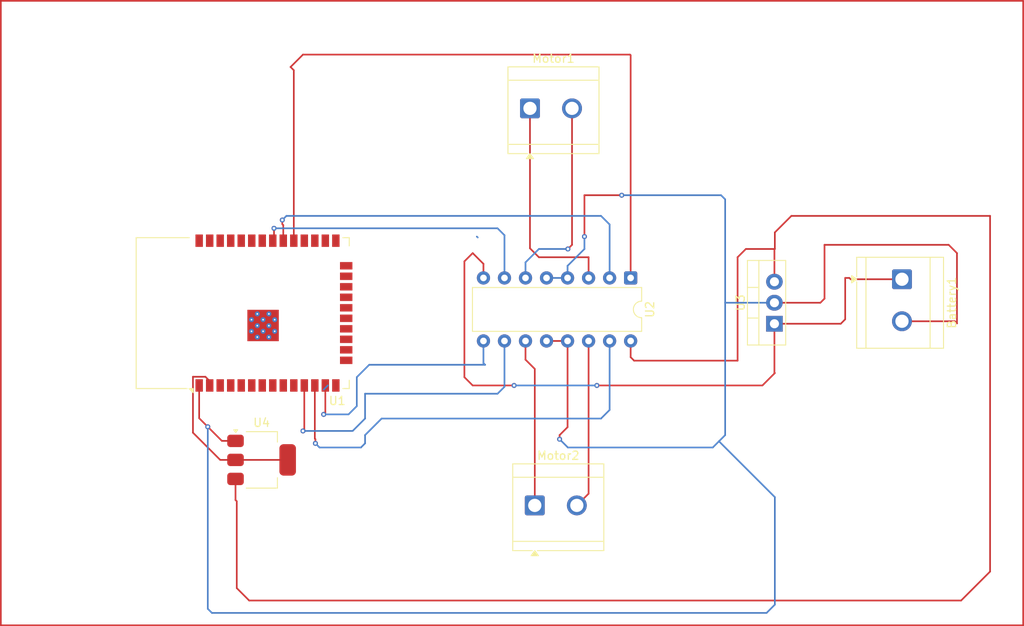
<source format=kicad_pcb>
(kicad_pcb (version 20241229) (generator "pcbnew") (generator_version "9.0")
  (layers (0 "F.Cu" signal) (2 "B.Cu" signal) (13 "F.Paste" user) (15 "B.Paste" user) (5 "F.SilkS" user "F.Silkscreen") (7 "B.SilkS" user "B.Silkscreen") (1 "F.Mask" user) (3 "B.Mask" user) (25 "Edge.Cuts" user))
  (net 0 "")
  (net 1 "Net-(Battery1-Pin_2)")
  (net 2 "Net-(Battery1-Pin_1)")
  (net 3 "Net-(Motor1-Pin_2)")
  (net 4 "Net-(Motor1-Pin_1)")
  (net 5 "Net-(Motor2-Pin_1)")
  (net 6 "Net-(Motor2-Pin_2)")
  (net 10 "Net-(U1-IO26)")
  (net 12 "Net-(U1-IO18)")
  (net 17 "Net-(U1-VDD)")
  (net 19 "Net-(U1-IO5)")
  (net 21 "Net-(U1-IO14)")
  (net 23 "Net-(U1-IO27)")
  (net 39 "Net-(U1-IO19)")
  (net 42 "Net-(U2-VCC1)")
  (footprint "RF_Module:ESP32-WROOM-32D" (layer "F.Cu") (at 108.21 111.25 90)
    (property "Reference" "U1" (at -10.61 8.43 0) (layer "F.SilkS"))
    (property "Value" "ESP32-WROOM-32E")
    (fp_line (start 9.12 -15.86) (end 9.12 -9.445) (stroke (width 0.12)) (layer "F.SilkS"))
    (fp_line (start -9.12 -15.86) (end 9.12 -15.86) (stroke (width 0.12)) (layer "F.SilkS"))
    (fp_line (start -9.12 -15.86) (end -9.12 -9.7) (stroke (width 0.12)) (layer "F.SilkS"))
    (fp_line (start 9.12 9.1) (end 9.12 9.88) (stroke (width 0.12)) (layer "F.SilkS"))
    (fp_line (start -9.12 9.1) (end -9.12 9.88) (stroke (width 0.12)) (layer "F.SilkS"))
    (fp_line (start 9.12 9.88) (end 8.12 9.88) (stroke (width 0.12)) (layer "F.SilkS"))
    (fp_line (start -9.12 9.88) (end -8.12 9.88) (stroke (width 0.12)) (layer "F.SilkS"))
    (fp_poly (pts (xy -9.125 -8.975) (xy -9.625 -8.975) (xy -9.125 -9.475) (xy -9.125 -8.975)) (stroke (width 0.12)) (fill yes) (layer "F.SilkS"))
    (pad "1" smd rect (at -8.75 -8.25 90) (size 1.5 0.9) (layers "F.Cu" "F.Mask" "F.Paste") (net 1 "Net-(Battery1-Pin_2)"))
    (pad "2" smd rect (at -8.75 -6.98 90) (size 1.5 0.9) (layers "F.Cu" "F.Mask" "F.Paste") (net 17 "Net-(U1-VDD)"))
    (pad "3" smd rect (at -8.75 -5.71 90) (size 1.5 0.9) (layers "F.Cu" "F.Mask" "F.Paste"))
    (pad "4" smd rect (at -8.75 -4.44 90) (size 1.5 0.9) (layers "F.Cu" "F.Mask" "F.Paste"))
    (pad "5" smd rect (at -8.75 -3.17 90) (size 1.5 0.9) (layers "F.Cu" "F.Mask" "F.Paste"))
    (pad "6" smd rect (at -8.75 -1.9 90) (size 1.5 0.9) (layers "F.Cu" "F.Mask" "F.Paste"))
    (pad "7" smd rect (at -8.75 -0.63 90) (size 1.5 0.9) (layers "F.Cu" "F.Mask" "F.Paste"))
    (pad "8" smd rect (at -8.75 0.64 90) (size 1.5 0.9) (layers "F.Cu" "F.Mask" "F.Paste"))
    (pad "9" smd rect (at -8.75 1.91 90) (size 1.5 0.9) (layers "F.Cu" "F.Mask" "F.Paste"))
    (pad "10" smd rect (at -8.75 3.18 90) (size 1.5 0.9) (layers "F.Cu" "F.Mask" "F.Paste"))
    (pad "11" smd rect (at -8.75 4.45 90) (size 1.5 0.9) (layers "F.Cu" "F.Mask" "F.Paste") (net 10 "Net-(U1-IO26)"))
    (pad "12" smd rect (at -8.75 5.72 90) (size 1.5 0.9) (layers "F.Cu" "F.Mask" "F.Paste") (net 23 "Net-(U1-IO27)"))
    (pad "13" smd rect (at -8.75 6.99 90) (size 1.5 0.9) (layers "F.Cu" "F.Mask" "F.Paste") (net 21 "Net-(U1-IO14)"))
    (pad "14" smd rect (at -8.75 8.26 90) (size 1.5 0.9) (layers "F.Cu" "F.Mask" "F.Paste"))
    (pad "15" smd rect (at -5.71 9.51 180) (size 1.5 0.9) (layers "F.Cu" "F.Mask" "F.Paste") (net 1 "Net-(Battery1-Pin_2)"))
    (pad "16" smd rect (at -4.44 9.51 180) (size 1.5 0.9) (layers "F.Cu" "F.Mask" "F.Paste"))
    (pad "17" smd rect (at -3.17 9.51 180) (size 1.5 0.9) (layers "F.Cu" "F.Mask" "F.Paste"))
    (pad "18" smd rect (at -1.9 9.51 180) (size 1.5 0.9) (layers "F.Cu" "F.Mask" "F.Paste"))
    (pad "19" smd rect (at -0.63 9.51 180) (size 1.5 0.9) (layers "F.Cu" "F.Mask" "F.Paste"))
    (pad "20" smd rect (at 0.64 9.51 180) (size 1.5 0.9) (layers "F.Cu" "F.Mask" "F.Paste"))
    (pad "21" smd rect (at 1.91 9.51 180) (size 1.5 0.9) (layers "F.Cu" "F.Mask" "F.Paste"))
    (pad "22" smd rect (at 3.18 9.51 180) (size 1.5 0.9) (layers "F.Cu" "F.Mask" "F.Paste"))
    (pad "23" smd rect (at 4.45 9.51 180) (size 1.5 0.9) (layers "F.Cu" "F.Mask" "F.Paste"))
    (pad "24" smd rect (at 5.72 9.51 180) (size 1.5 0.9) (layers "F.Cu" "F.Mask" "F.Paste"))
    (pad "25" smd rect (at 8.75 8.26 90) (size 1.5 0.9) (layers "F.Cu" "F.Mask" "F.Paste"))
    (pad "26" smd rect (at 8.75 6.99 90) (size 1.5 0.9) (layers "F.Cu" "F.Mask" "F.Paste"))
    (pad "27" smd rect (at 8.75 5.72 90) (size 1.5 0.9) (layers "F.Cu" "F.Mask" "F.Paste"))
    (pad "28" smd rect (at 8.75 4.45 90) (size 1.5 0.9) (layers "F.Cu" "F.Mask" "F.Paste"))
    (pad "29" smd rect (at 8.75 3.18 90) (size 1.5 0.9) (layers "F.Cu" "F.Mask" "F.Paste") (net 19 "Net-(U1-IO5)"))
    (pad "30" smd rect (at 8.75 1.91 90) (size 1.5 0.9) (layers "F.Cu" "F.Mask" "F.Paste") (net 12 "Net-(U1-IO18)"))
    (pad "31" smd rect (at 8.75 0.64 90) (size 1.5 0.9) (layers "F.Cu" "F.Mask" "F.Paste") (net 39 "Net-(U1-IO19)"))
    (pad "32" smd rect (at 8.75 -0.63 90) (size 1.5 0.9) (layers "F.Cu" "F.Mask" "F.Paste"))
    (pad "33" smd rect (at 8.75 -1.9 90) (size 1.5 0.9) (layers "F.Cu" "F.Mask" "F.Paste"))
    (pad "34" smd rect (at 8.75 -3.17 90) (size 1.5 0.9) (layers "F.Cu" "F.Mask" "F.Paste"))
    (pad "35" smd rect (at 8.75 -4.44 90) (size 1.5 0.9) (layers "F.Cu" "F.Mask" "F.Paste"))
    (pad "36" smd rect (at 8.75 -5.71 90) (size 1.5 0.9) (layers "F.Cu" "F.Mask" "F.Paste"))
    (pad "37" smd rect (at 8.75 -6.98 90) (size 1.5 0.9) (layers "F.Cu" "F.Mask" "F.Paste"))
    (pad "38" smd rect (at 8.75 -8.25 90) (size 1.5 0.9) (layers "F.Cu" "F.Mask" "F.Paste") (net 1 "Net-(Battery1-Pin_2)"))
    (pad "39" smd rect (at -2.9 -1.93 90) (size 0.9 0.9) (layers "F.Cu" "F.Paste") (net 1 "Net-(Battery1-Pin_2)"))
    (pad "39" thru_hole circle (at -2.9 -1.23 90) (size 0.6 0.6) (drill 0.2) (property pad_prop_heatsink) (layers "*.Cu" "F.Mask") (net 1 "Net-(Battery1-Pin_2)"))
    (pad "39" smd rect (at -2.9 -0.53 90) (size 0.9 0.9) (layers "F.Cu" "F.Paste") (net 1 "Net-(Battery1-Pin_2)"))
    (pad "39" thru_hole circle (at -2.9 0.17 90) (size 0.6 0.6) (drill 0.2) (property pad_prop_heatsink) (layers "*.Cu" "F.Mask") (net 1 "Net-(Battery1-Pin_2)"))
    (pad "39" smd rect (at -2.9 0.87 90) (size 0.9 0.9) (layers "F.Cu" "F.Paste") (net 1 "Net-(Battery1-Pin_2)"))
    (pad "39" thru_hole circle (at -2.2 -1.93 90) (size 0.6 0.6) (drill 0.2) (property pad_prop_heatsink) (layers "*.Cu" "F.Mask") (net 1 "Net-(Battery1-Pin_2)"))
    (pad "39" thru_hole circle (at -2.2 -0.53 90) (size 0.6 0.6) (drill 0.2) (property pad_prop_heatsink) (layers "*.Cu" "F.Mask") (net 1 "Net-(Battery1-Pin_2)"))
    (pad "39" thru_hole circle (at -2.2 0.87 90) (size 0.6 0.6) (drill 0.2) (property pad_prop_heatsink) (layers "*.Cu" "F.Mask") (net 1 "Net-(Battery1-Pin_2)"))
    (pad "39" thru_hole circle (at -1.525 -1.23 90) (size 0.6 0.6) (drill 0.2) (property pad_prop_heatsink) (layers "*.Cu" "F.Mask") (net 1 "Net-(Battery1-Pin_2)"))
    (pad "39" thru_hole circle (at -1.525 0.17 90) (size 0.6 0.6) (drill 0.2) (property pad_prop_heatsink) (layers "*.Cu" "F.Mask") (net 1 "Net-(Battery1-Pin_2)"))
    (pad "39" smd rect (at -1.5 -1.93 90) (size 0.9 0.9) (layers "F.Cu" "F.Paste") (net 1 "Net-(Battery1-Pin_2)"))
    (pad "39" smd rect (at -1.5 -0.53 90) (size 0.9 0.9) (layers "F.Cu" "F.Paste") (net 1 "Net-(Battery1-Pin_2)"))
    (pad "39" smd rect (at -1.5 -0.53 90) (size 3.8 3.8) (property pad_prop_heatsink) (layers "F.Cu" "F.Mask") (net 1 "Net-(Battery1-Pin_2)"))
    (pad "39" smd rect (at -1.5 0.87 90) (size 0.9 0.9) (layers "F.Cu" "F.Paste") (net 1 "Net-(Battery1-Pin_2)"))
    (pad "39" thru_hole circle (at -0.8 -1.93 90) (size 0.6 0.6) (drill 0.2) (property pad_prop_heatsink) (layers "*.Cu" "F.Mask") (net 1 "Net-(Battery1-Pin_2)"))
    (pad "39" thru_hole circle (at -0.8 -0.53 90) (size 0.6 0.6) (drill 0.2) (property pad_prop_heatsink) (layers "*.Cu" "F.Mask") (net 1 "Net-(Battery1-Pin_2)"))
    (pad "39" thru_hole circle (at -0.8 0.87 90) (size 0.6 0.6) (drill 0.2) (property pad_prop_heatsink) (layers "*.Cu" "F.Mask") (net 1 "Net-(Battery1-Pin_2)"))
    (pad "39" smd rect (at -0.1 -1.93 90) (size 0.9 0.9) (layers "F.Cu" "F.Paste") (net 1 "Net-(Battery1-Pin_2)"))
    (pad "39" thru_hole circle (at -0.1 -1.23 90) (size 0.6 0.6) (drill 0.2) (property pad_prop_heatsink) (layers "*.Cu" "F.Mask") (net 1 "Net-(Battery1-Pin_2)"))
    (pad "39" smd rect (at -0.1 -0.53 90) (size 0.9 0.9) (layers "F.Cu" "F.Paste") (net 1 "Net-(Battery1-Pin_2)"))
    (pad "39" thru_hole circle (at -0.1 0.17 90) (size 0.6 0.6) (drill 0.2) (property pad_prop_heatsink) (layers "*.Cu" "F.Mask") (net 1 "Net-(Battery1-Pin_2)"))
    (pad "39" smd rect (at -0.1 0.87 90) (size 0.9 0.9) (layers "F.Cu" "F.Paste") (net 1 "Net-(Battery1-Pin_2)"))
  )
  (footprint "Package_TO_SOT_SMD:SOT-223-3_TabPin2" (layer "F.Cu") (at 107.5 129)
    (property "Reference" "U4" (at 0 -4.5 0) (layer "F.SilkS"))
    (property "Value" "AMS1117-3.3")
    (fp_line (start -1.85 -3.41) (end 1.91 -3.41) (stroke (width 0.12)) (layer "F.SilkS"))
    (fp_line (start -1.85 3.41) (end 1.91 3.41) (stroke (width 0.12)) (layer "F.SilkS"))
    (fp_line (start 1.91 -3.41) (end 1.91 -2.15) (stroke (width 0.12)) (layer "F.SilkS"))
    (fp_line (start 1.91 3.41) (end 1.91 2.15) (stroke (width 0.12)) (layer "F.SilkS"))
    (fp_poly (pts (xy -3.13 -3.31) (xy -3.37 -3.64) (xy -2.89 -3.64) (xy -3.13 -3.31)) (stroke (width 0.12)) (fill yes) (layer "F.SilkS"))
    (pad "1" smd roundrect (at -3.15 -2.3) (size 2 1.5) (layers "F.Cu" "F.Mask" "F.Paste") (net 1 "Net-(Battery1-Pin_2)"))
    (pad "2" smd roundrect (at -3.15 0) (size 2 1.5) (layers "F.Cu" "F.Mask" "F.Paste") (net 17 "Net-(U1-VDD)"))
    (pad "2" smd roundrect (at 3.15 0) (size 2 3.8) (layers "F.Cu" "F.Mask" "F.Paste") (net 17 "Net-(U1-VDD)"))
    (pad "3" smd roundrect (at -3.15 2.3) (size 2 1.5) (layers "F.Cu" "F.Mask" "F.Paste") (net 42 "Net-(U2-VCC1)"))
  )
  (footprint "Package_TO_SOT_THT:TO-220-3_Vertical" (layer "F.Cu") (at 169.45 112.54 90)
    (property "Reference" "U3" (at 2.54 -4.1 90) (layer "F.SilkS"))
    (property "Value" "L7805")
    (fp_line (start 7.65 -3.26) (end 7.65 1.36) (stroke (width 0.12)) (layer "F.SilkS"))
    (fp_line (start 4.39 -3.26) (end 4.39 -1.88) (stroke (width 0.12)) (layer "F.SilkS"))
    (fp_line (start 0.69 -3.26) (end 0.69 -1.88) (stroke (width 0.12)) (layer "F.SilkS"))
    (fp_line (start -2.57 -3.26) (end 7.65 -3.26) (stroke (width 0.12)) (layer "F.SilkS"))
    (fp_line (start -2.57 -1.88) (end 7.65 -1.88) (stroke (width 0.12)) (layer "F.SilkS"))
    (fp_line (start 7.65 1.36) (end -2.57 1.36) (stroke (width 0.12)) (layer "F.SilkS"))
    (fp_line (start -2.57 1.36) (end -2.57 -3.26) (stroke (width 0.12)) (layer "F.SilkS"))
    (pad "1" thru_hole rect (at 0 0 90) (size 1.905 2) (drill 1.1) (layers "*.Cu" "*.Mask") (net 2 "Net-(Battery1-Pin_1)"))
    (pad "2" thru_hole oval (at 2.54 0 90) (size 1.905 2) (drill 1.1) (layers "*.Cu" "*.Mask") (net 1 "Net-(Battery1-Pin_2)"))
    (pad "3" thru_hole oval (at 5.08 0 90) (size 1.905 2) (drill 1.1) (layers "*.Cu" "*.Mask") (net 42 "Net-(U2-VCC1)"))
  )
  (footprint "TerminalBlock_CUI:TerminalBlock_CUI_TB007-508-02_1x02_P5.08mm_Horizontal" (layer "F.Cu") (at 140.5 134.5)
    (property "Reference" "Motor2" (at 2.84 -6.02 0) (layer "F.SilkS"))
    (property "Value" "Screw_Terminal_01x02")
    (fp_line (start -2.66 -5.02) (end 8.34 -5.02) (stroke (width 0.12)) (layer "F.SilkS"))
    (fp_line (start -2.66 -3.4) (end 8.34 -3.4) (stroke (width 0.12)) (layer "F.SilkS"))
    (fp_line (start -2.66 4.35) (end 8.34 4.35) (stroke (width 0.12)) (layer "F.SilkS"))
    (fp_line (start -2.66 5.47) (end -2.66 -5.02) (stroke (width 0.12)) (layer "F.SilkS"))
    (fp_line (start -0.3 5.47) (end -2.66 5.47) (stroke (width 0.12)) (layer "F.SilkS"))
    (fp_line (start 8.34 -5.02) (end 8.34 5.47) (stroke (width 0.12)) (layer "F.SilkS"))
    (fp_line (start 8.34 5.47) (end 0.3 5.47) (stroke (width 0.12)) (layer "F.SilkS"))
    (fp_poly (pts (xy 0 5.47) (xy 0.44 6.08) (xy -0.44 6.08)) (stroke (width 0.12)) (fill yes) (layer "F.SilkS"))
    (pad "1" thru_hole roundrect (at 0 0) (size 2.4 2.4) (drill 1.6) (layers "*.Cu" "*.Mask") (roundrect_rratio 0.104167) (net 5 "Net-(Motor2-Pin_1)"))
    (pad "2" thru_hole circle (at 5.08 0) (size 2.4 2.4) (drill 1.6) (layers "*.Cu" "*.Mask") (net 6 "Net-(Motor2-Pin_2)"))
  )
  (footprint "TerminalBlock_CUI:TerminalBlock_CUI_TB007-508-02_1x02_P5.08mm_Horizontal" (layer "F.Cu") (at 139.92 86.5)
    (property "Reference" "Motor1" (at 2.84 -6.02 0) (layer "F.SilkS"))
    (property "Value" "Screw_Terminal_01x02")
    (fp_line (start -2.66 -5.02) (end 8.34 -5.02) (stroke (width 0.12)) (layer "F.SilkS"))
    (fp_line (start -2.66 -3.4) (end 8.34 -3.4) (stroke (width 0.12)) (layer "F.SilkS"))
    (fp_line (start -2.66 4.35) (end 8.34 4.35) (stroke (width 0.12)) (layer "F.SilkS"))
    (fp_line (start -2.66 5.47) (end -2.66 -5.02) (stroke (width 0.12)) (layer "F.SilkS"))
    (fp_line (start -0.3 5.47) (end -2.66 5.47) (stroke (width 0.12)) (layer "F.SilkS"))
    (fp_line (start 8.34 -5.02) (end 8.34 5.47) (stroke (width 0.12)) (layer "F.SilkS"))
    (fp_line (start 8.34 5.47) (end 0.3 5.47) (stroke (width 0.12)) (layer "F.SilkS"))
    (fp_poly (pts (xy 0 5.47) (xy 0.44 6.08) (xy -0.44 6.08)) (stroke (width 0.12)) (fill yes) (layer "F.SilkS"))
    (pad "1" thru_hole roundrect (at 0 0) (size 2.4 2.4) (drill 1.6) (layers "*.Cu" "*.Mask") (roundrect_rratio 0.104167) (net 4 "Net-(Motor1-Pin_1)"))
    (pad "2" thru_hole circle (at 5.08 0) (size 2.4 2.4) (drill 1.6) (layers "*.Cu" "*.Mask") (net 3 "Net-(Motor1-Pin_2)"))
  )
  (footprint "Package_DIP:DIP-16_W7.62mm" (layer "F.Cu") (at 152.08 107 -90)
    (property "Reference" "U2" (at 3.81 -2.33 90) (layer "F.SilkS"))
    (property "Value" "L293D")
    (fp_line (start 1.16 19.11) (end 6.46 19.11) (stroke (width 0.12)) (layer "F.SilkS"))
    (fp_line (start 6.46 19.11) (end 6.46 -1.33) (stroke (width 0.12)) (layer "F.SilkS"))
    (fp_line (start 1.16 -1.33) (end 1.16 19.11) (stroke (width 0.12)) (layer "F.SilkS"))
    (fp_line (start 2.81 -1.33) (end 1.16 -1.33) (stroke (width 0.12)) (layer "F.SilkS"))
    (fp_line (start 6.46 -1.33) (end 4.81 -1.33) (stroke (width 0.12)) (layer "F.SilkS"))
    (fp_arc (start 4.81 -1.33) (mid 3.81 -0.33) (end 2.81 -1.33) (stroke (width 0.12)) (layer "F.SilkS"))
    (pad "1" thru_hole roundrect (at 0 0 270) (size 1.6 1.6) (drill 0.8) (layers "*.Cu" "*.Mask") (roundrect_rratio 0.15625) (net 19 "Net-(U1-IO5)"))
    (pad "2" thru_hole circle (at 0 2.54 270) (size 1.6 1.6) (drill 0.8) (layers "*.Cu" "*.Mask") (net 12 "Net-(U1-IO18)"))
    (pad "3" thru_hole circle (at 0 5.08 270) (size 1.6 1.6) (drill 0.8) (layers "*.Cu" "*.Mask") (net 4 "Net-(Motor1-Pin_1)"))
    (pad "4" thru_hole circle (at 0 7.62 270) (size 1.6 1.6) (drill 0.8) (layers "*.Cu" "*.Mask") (net 1 "Net-(Battery1-Pin_2)"))
    (pad "5" thru_hole circle (at 0 10.16 270) (size 1.6 1.6) (drill 0.8) (layers "*.Cu" "*.Mask") (net 1 "Net-(Battery1-Pin_2)"))
    (pad "6" thru_hole circle (at 0 12.7 270) (size 1.6 1.6) (drill 0.8) (layers "*.Cu" "*.Mask") (net 3 "Net-(Motor1-Pin_2)"))
    (pad "7" thru_hole circle (at 0 15.24 270) (size 1.6 1.6) (drill 0.8) (layers "*.Cu" "*.Mask") (net 39 "Net-(U1-IO19)"))
    (pad "8" thru_hole circle (at 0 17.78 270) (size 1.6 1.6) (drill 0.8) (layers "*.Cu" "*.Mask") (net 2 "Net-(Battery1-Pin_1)"))
    (pad "9" thru_hole circle (at 7.62 17.78 270) (size 1.6 1.6) (drill 0.8) (layers "*.Cu" "*.Mask") (net 21 "Net-(U1-IO14)"))
    (pad "10" thru_hole circle (at 7.62 15.24 270) (size 1.6 1.6) (drill 0.8) (layers "*.Cu" "*.Mask") (net 10 "Net-(U1-IO26)"))
    (pad "11" thru_hole circle (at 7.62 12.7 270) (size 1.6 1.6) (drill 0.8) (layers "*.Cu" "*.Mask") (net 5 "Net-(Motor2-Pin_1)"))
    (pad "12" thru_hole circle (at 7.62 10.16 270) (size 1.6 1.6) (drill 0.8) (layers "*.Cu" "*.Mask") (net 1 "Net-(Battery1-Pin_2)"))
    (pad "13" thru_hole circle (at 7.62 7.62 270) (size 1.6 1.6) (drill 0.8) (layers "*.Cu" "*.Mask") (net 1 "Net-(Battery1-Pin_2)"))
    (pad "14" thru_hole circle (at 7.62 5.08 270) (size 1.6 1.6) (drill 0.8) (layers "*.Cu" "*.Mask") (net 6 "Net-(Motor2-Pin_2)"))
    (pad "15" thru_hole circle (at 7.62 2.54 270) (size 1.6 1.6) (drill 0.8) (layers "*.Cu" "*.Mask") (net 23 "Net-(U1-IO27)"))
    (pad "16" thru_hole circle (at 7.62 0 270) (size 1.6 1.6) (drill 0.8) (layers "*.Cu" "*.Mask") (net 42 "Net-(U2-VCC1)"))
  )
  (footprint "TerminalBlock_CUI:TerminalBlock_CUI_TB007-508-02_1x02_P5.08mm_Horizontal" (layer "F.Cu") (at 184.8575 107.16 -90)
    (property "Reference" "Battery1" (at 2.84 -6.02 90) (layer "F.SilkS"))
    (property "Value" "Screw_Terminal_01x02")
    (fp_line (start -2.66 5.47) (end -2.66 -5.02) (stroke (width 0.12)) (layer "F.SilkS"))
    (fp_line (start -0.3 5.47) (end -2.66 5.47) (stroke (width 0.12)) (layer "F.SilkS"))
    (fp_line (start 8.34 5.47) (end 0.3 5.47) (stroke (width 0.12)) (layer "F.SilkS"))
    (fp_line (start -2.66 4.35) (end 8.34 4.35) (stroke (width 0.12)) (layer "F.SilkS"))
    (fp_line (start -2.66 -3.4) (end 8.34 -3.4) (stroke (width 0.12)) (layer "F.SilkS"))
    (fp_line (start -2.66 -5.02) (end 8.34 -5.02) (stroke (width 0.12)) (layer "F.SilkS"))
    (fp_line (start 8.34 -5.02) (end 8.34 5.47) (stroke (width 0.12)) (layer "F.SilkS"))
    (fp_poly (pts (xy 0 5.47) (xy 0.44 6.08) (xy -0.44 6.08)) (stroke (width 0.12)) (fill yes) (layer "F.SilkS"))
    (pad "1" thru_hole roundrect (at 0 0 270) (size 2.4 2.4) (drill 1.6) (layers "*.Cu" "*.Mask") (roundrect_rratio 0.104167) (net 2 "Net-(Battery1-Pin_1)"))
    (pad "2" thru_hole circle (at 5.08 0 270) (size 2.4 2.4) (drill 1.6) (layers "*.Cu" "*.Mask") (net 1 "Net-(Battery1-Pin_2)"))
  )
  (gr_rect (start 76 73.5) (end 199.5 149) (stroke (width 0.2)) (fill no) (layer "F.Cu"))
  (segment (start 169.45 110) (end 175 110) (width 0.2) (layer "F.Cu") (net 1))
  (segment (start 175 110) (end 175.5 109.5) (width 0.2) (layer "F.Cu") (net 1))
  (segment (start 143.5 126.5) (end 143.5 126) (width 0.2) (layer "F.Cu") (net 1))
  (segment (start 143.5 126) (end 144.46 125.04) (width 0.2) (layer "F.Cu") (net 1))
  (segment (start 102.7 126.7) (end 101 125) (width 0.2) (layer "F.Cu") (net 1))
  (segment (start 191.5 112.5) (end 191.24 112.24) (width 0.2) (layer "F.Cu") (net 1))
  (segment (start 141.92 114.62) (end 144.46 114.62) (width 0.2) (layer "F.Cu") (net 1))
  (segment (start 175.5 109.5) (end 175.5 103) (width 0.2) (layer "F.Cu") (net 1))
  (segment (start 101 125) (end 99.96 123.96) (width 0.2) (layer "F.Cu") (net 1))
  (segment (start 146.5 97) (end 151 97) (width 0.2) (layer "F.Cu") (net 1))
  (segment (start 146.5 102) (end 146.5 97) (width 0.2) (layer "F.Cu") (net 1))
  (segment (start 190.5 103) (end 191.5 104) (width 0.2) (layer "F.Cu") (net 1))
  (segment (start 104.35 126.7) (end 102.7 126.7) (width 0.2) (layer "F.Cu") (net 1))
  (segment (start 144.46 125.04) (end 144.46 114.62) (width 0.2) (layer "F.Cu") (net 1))
  (segment (start 191.24 112.24) (end 184.8575 112.24) (width 0.2) (layer "F.Cu") (net 1))
  (segment (start 99.96 123.96) (end 99.96 120) (width 0.2) (layer "F.Cu") (net 1))
  (segment (start 191.5 104) (end 191.5 112.5) (width 0.2) (layer "F.Cu") (net 1))
  (segment (start 175.5 103) (end 190.5 103) (width 0.2) (layer "F.Cu") (net 1))
  (via (at 143.5 126.5) (size 0.6) (drill 0.3) (layers "F.Cu" "B.Cu") (net 1))
  (via (at 151 97) (size 0.6) (drill 0.3) (layers "F.Cu" "B.Cu") (net 1))
  (via (at 146.5 102) (size 0.6) (drill 0.3) (layers "F.Cu" "B.Cu") (net 1))
  (via (at 101 125) (size 0.6) (drill 0.3) (layers "F.Cu" "B.Cu") (net 1))
  (segment (start 162 127.5) (end 144.5 127.5) (width 0.2) (layer "B.Cu") (net 1))
  (segment (start 162.75 126.75) (end 162 127.5) (width 0.2) (layer "B.Cu") (net 1))
  (segment (start 151 97) (end 163 97) (width 0.2) (layer "B.Cu") (net 1))
  (segment (start 169.5 146.5) (end 169.5 133.5) (width 0.2) (layer "B.Cu") (net 1))
  (segment (start 144.5 127.5) (end 143.5 126.5) (width 0.2) (layer "B.Cu") (net 1))
  (segment (start 144.46 105.54) (end 146.5 103.5) (width 0.2) (layer "B.Cu") (net 1))
  (segment (start 101 147) (end 101.5 147.5) (width 0.2) (layer "B.Cu") (net 1))
  (segment (start 163.5 110) (end 163.5 126) (width 0.2) (layer "B.Cu") (net 1))
  (segment (start 163 97) (end 163.5 97.5) (width 0.2) (layer "B.Cu") (net 1))
  (segment (start 168.5 147.5) (end 169.5 146.5) (width 0.2) (layer "B.Cu") (net 1))
  (segment (start 101.5 147.5) (end 168.5 147.5) (width 0.2) (layer "B.Cu") (net 1))
  (segment (start 169.5 133.5) (end 162.75 126.75) (width 0.2) (layer "B.Cu") (net 1))
  (segment (start 163.5 126) (end 162.75 126.75) (width 0.2) (layer "B.Cu") (net 1))
  (segment (start 144.46 107) (end 144.46 105.54) (width 0.2) (layer "B.Cu") (net 1))
  (segment (start 141.92 107) (end 144.46 107) (width 0.2) (layer "B.Cu") (net 1))
  (segment (start 101 125) (end 101 147) (width 0.2) (layer "B.Cu") (net 1))
  (segment (start 163.5 97.5) (end 163.5 110) (width 0.2) (layer "B.Cu") (net 1))
  (segment (start 146.5 103.5) (end 146.5 102) (width 0.2) (layer "B.Cu") (net 1))
  (segment (start 163.5 110) (end 169.45 110) (width 0.2) (layer "B.Cu") (net 1))
  (segment (start 133.5 102) (end 133.61 102.11) (width 0.2) (layer "B.Cu") (net 1))
  (segment (start 178 107) (end 178.5 107) (width 0.2) (layer "F.Cu") (net 2))
  (segment (start 148 120) (end 168 120) (width 0.2) (layer "F.Cu") (net 2))
  (segment (start 168 120) (end 169.5 118.5) (width 0.2) (layer "F.Cu") (net 2))
  (segment (start 132 119) (end 133 120) (width 0.2) (layer "F.Cu") (net 2))
  (segment (start 132 105) (end 132 119) (width 0.2) (layer "F.Cu") (net 2))
  (segment (start 134.3 105.3) (end 133 104) (width 0.2) (layer "F.Cu") (net 2))
  (segment (start 169.5 118.5) (end 169.45 118.45) (width 0.2) (layer "F.Cu") (net 2))
  (segment (start 133 104) (end 132 105) (width 0.2) (layer "F.Cu") (net 2))
  (segment (start 178 112) (end 178 107) (width 0.2) (layer "F.Cu") (net 2))
  (segment (start 169.45 112.54) (end 177.46 112.54) (width 0.2) (layer "F.Cu") (net 2))
  (segment (start 178.5 107) (end 178.66 107.16) (width 0.2) (layer "F.Cu") (net 2))
  (segment (start 177.46 112.54) (end 178 112) (width 0.2) (layer "F.Cu") (net 2))
  (segment (start 169.45 118.45) (end 169.45 112.54) (width 0.2) (layer "F.Cu") (net 2))
  (segment (start 178.66 107.16) (end 184.8575 107.16) (width 0.2) (layer "F.Cu") (net 2))
  (segment (start 134.3 107) (end 134.3 105.3) (width 0.2) (layer "F.Cu") (net 2))
  (segment (start 133 120) (end 138 120) (width 0.2) (layer "F.Cu") (net 2))
  (via (at 148 120) (size 0.6) (drill 0.3) (layers "F.Cu" "B.Cu") (net 2))
  (via (at 138 120) (size 0.6) (drill 0.3) (layers "F.Cu" "B.Cu") (net 2))
  (segment (start 138 120) (end 148 120) (width 0.2) (layer "B.Cu") (net 2))
  (segment (start 145 103) (end 144.5 103.5) (width 0.2) (layer "F.Cu") (net 3))
  (segment (start 145 86.5) (end 145 103) (width 0.2) (layer "F.Cu") (net 3))
  (via (at 144.5 103.5) (size 0.6) (drill 0.3) (layers "F.Cu" "B.Cu") (net 3))
  (segment (start 144.5 103.5) (end 141 103.5) (width 0.2) (layer "B.Cu") (net 3))
  (segment (start 139.38 105.12) (end 139.38 107) (width 0.2) (layer "B.Cu") (net 3))
  (segment (start 141 103.5) (end 139.38 105.12) (width 0.2) (layer "B.Cu") (net 3))
  (segment (start 139.92 103.42) (end 141 104.5) (width 0.2) (layer "F.Cu") (net 4))
  (segment (start 139.92 86.5) (end 139.92 103.42) (width 0.2) (layer "F.Cu") (net 4))
  (segment (start 147 104.5) (end 147 107) (width 0.2) (layer "F.Cu") (net 4))
  (segment (start 141 104.5) (end 147 104.5) (width 0.2) (layer "F.Cu") (net 4))
  (segment (start 139.38 116.88) (end 139.38 114.62) (width 0.2) (layer "F.Cu") (net 5))
  (segment (start 140.5 118) (end 139.38 116.88) (width 0.2) (layer "F.Cu") (net 5))
  (segment (start 140.5 134.5) (end 140.5 118) (width 0.2) (layer "F.Cu") (net 5))
  (segment (start 147 133.08) (end 147 114.62) (width 0.2) (layer "F.Cu") (net 6))
  (segment (start 145.58 134.5) (end 147 133.08) (width 0.2) (layer "F.Cu") (net 6))
  (segment (start 112.66 125.34) (end 112.66 120) (width 0.2) (layer "F.Cu") (net 10))
  (segment (start 112.5 125.5) (end 112.66 125.34) (width 0.2) (layer "F.Cu") (net 10))
  (via (at 112.5 125.5) (size 0.6) (drill 0.3) (layers "F.Cu" "B.Cu") (net 10))
  (segment (start 120 124) (end 118.5 125.5) (width 0.2) (layer "B.Cu") (net 10))
  (segment (start 136.84 114.62) (end 136.84 120.16) (width 0.2) (layer "B.Cu") (net 10))
  (segment (start 136.84 120.16) (end 136 121) (width 0.2) (layer "B.Cu") (net 10))
  (segment (start 120 121) (end 120 124) (width 0.2) (layer "B.Cu") (net 10))
  (segment (start 136 121) (end 120 121) (width 0.2) (layer "B.Cu") (net 10))
  (segment (start 118.5 125.5) (end 112.5 125.5) (width 0.2) (layer "B.Cu") (net 10))
  (segment (start 110.12 100.62) (end 110.12 102.5) (width 0.2) (layer "F.Cu") (net 12))
  (segment (start 110 100) (end 110 100.5) (width 0.2) (layer "F.Cu") (net 12))
  (segment (start 110 100.5) (end 110.12 100.62) (width 0.2) (layer "F.Cu") (net 12))
  (via (at 110 100) (size 0.6) (drill 0.3) (layers "F.Cu" "B.Cu") (net 12))
  (segment (start 148.5 99.5) (end 110.5 99.5) (width 0.2) (layer "B.Cu") (net 12))
  (segment (start 149.54 107) (end 149.54 100.54) (width 0.2) (layer "B.Cu") (net 12))
  (segment (start 110.5 99.5) (end 110 100) (width 0.2) (layer "B.Cu") (net 12))
  (segment (start 149.54 100.54) (end 148.5 99.5) (width 0.2) (layer "B.Cu") (net 12))
  (segment (start 101.23 119.468) (end 101.23 120) (width 0.2) (layer "F.Cu") (net 17))
  (segment (start 99.209 118.949) (end 100.711 118.949) (width 0.2) (layer "F.Cu") (net 17))
  (segment (start 99.209 125.709) (end 99.209 118.949) (width 0.2) (layer "F.Cu") (net 17))
  (segment (start 102.5 129) (end 99.209 125.709) (width 0.2) (layer "F.Cu") (net 17))
  (segment (start 110.65 129) (end 104.35 129) (width 0.2) (layer "F.Cu") (net 17))
  (segment (start 104.35 129) (end 102.5 129) (width 0.2) (layer "F.Cu") (net 17))
  (segment (start 100.711 118.949) (end 101.23 119.468) (width 0.2) (layer "F.Cu") (net 17))
  (segment (start 111 81.5) (end 111.39 81.89) (width 0.2) (layer "F.Cu") (net 19))
  (segment (start 152.08 80.08) (end 152 80) (width 0.2) (layer "F.Cu") (net 19))
  (segment (start 152 80) (end 112.5 80) (width 0.2) (layer "F.Cu") (net 19))
  (segment (start 112.5 80) (end 111 81.5) (width 0.2) (layer "F.Cu") (net 19))
  (segment (start 152.08 107) (end 152.08 80.08) (width 0.2) (layer "F.Cu") (net 19))
  (segment (start 111.39 81.89) (end 111.39 102.5) (width 0.2) (layer "F.Cu") (net 19))
  (segment (start 115.2 123.3) (end 115.2 120) (width 0.2) (layer "F.Cu") (net 21))
  (segment (start 115 123.5) (end 115.2 123.3) (width 0.2) (layer "F.Cu") (net 21))
  (via (at 115 123.5) (size 0.6) (drill 0.3) (layers "F.Cu" "B.Cu") (net 21))
  (segment (start 134.5 117.5) (end 120.5 117.5) (width 0.2) (layer "B.Cu") (net 21))
  (segment (start 119 119) (end 119 122.5) (width 0.2) (layer "B.Cu") (net 21))
  (segment (start 120.5 117.5) (end 119 119) (width 0.2) (layer "B.Cu") (net 21))
  (segment (start 115 120.5) (end 115.5 120) (width 0.2) (layer "B.Cu") (net 21))
  (segment (start 134.3 117.3) (end 134.5 117.5) (width 0.2) (layer "B.Cu") (net 21))
  (segment (start 134.3 114.62) (end 134.3 117.3) (width 0.2) (layer "B.Cu") (net 21))
  (segment (start 119 122.5) (end 118 123.5) (width 0.2) (layer "B.Cu") (net 21))
  (segment (start 118 123.5) (end 115 123.5) (width 0.2) (layer "B.Cu") (net 21))
  (segment (start 114 127) (end 114 126.5) (width 0.2) (layer "F.Cu") (net 23))
  (segment (start 113.93 126.43) (end 113.93 120) (width 0.2) (layer "F.Cu") (net 23))
  (segment (start 114 126.5) (end 113.93 126.43) (width 0.2) (layer "F.Cu") (net 23))
  (via (at 114 127) (size 0.6) (drill 0.3) (layers "F.Cu" "B.Cu") (net 23))
  (segment (start 148.5 124) (end 122 124) (width 0.2) (layer "B.Cu") (net 23))
  (segment (start 121.5 124.5) (end 120 126) (width 0.2) (layer "B.Cu") (net 23))
  (segment (start 122 124) (end 121.5 124.5) (width 0.2) (layer "B.Cu") (net 23))
  (segment (start 149.54 114.62) (end 149.54 122.96) (width 0.2) (layer "B.Cu") (net 23))
  (segment (start 114.5 127.5) (end 114 127) (width 0.2) (layer "B.Cu") (net 23))
  (segment (start 149.54 122.96) (end 148.5 124) (width 0.2) (layer "B.Cu") (net 23))
  (segment (start 120 126) (end 120 127) (width 0.2) (layer "B.Cu") (net 23))
  (segment (start 119.5 127.5) (end 114.5 127.5) (width 0.2) (layer "B.Cu") (net 23))
  (segment (start 120 127) (end 119.5 127.5) (width 0.2) (layer "B.Cu") (net 23))
  (segment (start 109 101) (end 109 102.35) (width 0.2) (layer "F.Cu") (net 39))
  (segment (start 109 102.35) (end 108.85 102.5) (width 0.2) (layer "F.Cu") (net 39))
  (via (at 109 101) (size 0.6) (drill 0.3) (layers "F.Cu" "B.Cu") (net 39))
  (segment (start 136.84 101.84) (end 136 101) (width 0.2) (layer "B.Cu") (net 39))
  (segment (start 136 101) (end 109 101) (width 0.2) (layer "B.Cu") (net 39))
  (segment (start 136.84 107) (end 136.84 101.84) (width 0.2) (layer "B.Cu") (net 39))
  (segment (start 152.08 116.58) (end 152.5 117) (width 0.2) (layer "F.Cu") (net 42))
  (segment (start 192 146) (end 195.5 142.5) (width 0.2) (layer "F.Cu") (net 42))
  (segment (start 104.5 134) (end 104.5 144.5) (width 0.2) (layer "F.Cu") (net 42))
  (segment (start 165 104.5) (end 166 103.5) (width 0.2) (layer "F.Cu") (net 42))
  (segment (start 195.5 99.5) (end 171.5 99.5) (width 0.2) (layer "F.Cu") (net 42))
  (segment (start 152.08 114.62) (end 152.08 116.58) (width 0.2) (layer "F.Cu") (net 42))
  (segment (start 152.5 117) (end 165 117) (width 0.2) (layer "F.Cu") (net 42))
  (segment (start 169.5 103.5) (end 169.45 103.55) (width 0.2) (layer "F.Cu") (net 42))
  (segment (start 171.5 99.5) (end 169.5 101.5) (width 0.2) (layer "F.Cu") (net 42))
  (segment (start 104.5 144.5) (end 106 146) (width 0.2) (layer "F.Cu") (net 42))
  (segment (start 169.45 103.55) (end 169.45 107.46) (width 0.2) (layer "F.Cu") (net 42))
  (segment (start 166 103.5) (end 169.5 103.5) (width 0.2) (layer "F.Cu") (net 42))
  (segment (start 169.5 101.5) (end 169.5 103.5) (width 0.2) (layer "F.Cu") (net 42))
  (segment (start 165 117) (end 165 104.5) (width 0.2) (layer "F.Cu") (net 42))
  (segment (start 195.5 142.5) (end 195.5 99.5) (width 0.2) (layer "F.Cu") (net 42))
  (segment (start 106 146) (end 192 146) (width 0.2) (layer "F.Cu") (net 42))
  (segment (start 104.35 133.85) (end 104.5 134) (width 0.2) (layer "F.Cu") (net 42))
  (segment (start 104.35 131.3) (end 104.35 133.85) (width 0.2) (layer "F.Cu") (net 42))
)
</source>
